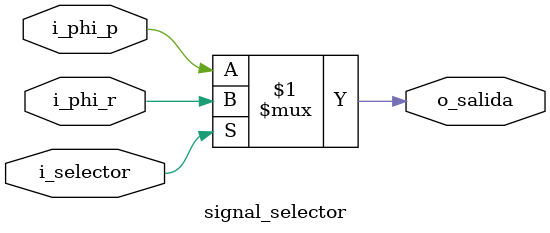
<source format=v>

`timescale 1ns/1ps

module signal_selector (
    input   wire        i_phi_r,
    input   wire        i_phi_p,
    input   wire        i_selector,
    output  wire        o_salida
);

assign o_salida = i_selector ? i_phi_r : i_phi_p ;

endmodule

`default_nettype wire




</source>
